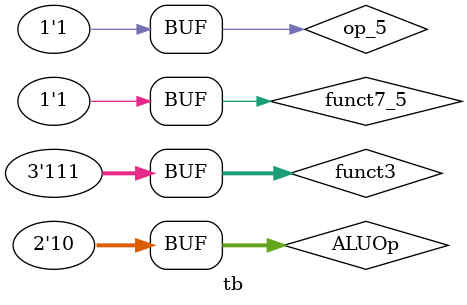
<source format=v>
module ALU_Decoder (output [2:0] ALUControl,
                    input [1:0] ALUOp,
                    input [6:0] op, funct7,
                    input [2:0] funct3);
  
  wire [1:0] int1;
  
  assign int1 = {op[5], funct7[5]};
  
  assign ALUControl = (ALUOp == 2'b00) ? 3'b000 :
    (ALUOp == 2'b01) ? 3'b001 : 
    ((ALUOp == 2'b10) & (funct3 == 3'b000) & (int1 == !2'b11)) ? 3'b000 :
    ((ALUOp == 2'b10) & (funct3 == 3'b000) & (int1 == 2'b11)) ? 3'b001 :
    ((ALUOp == 2'b10) & (funct3 == 3'b010)) ? 3'b101 :
    ((ALUOp == 2'b10) & (funct3 == 3'b110)) ? 3'b011 :
    ((ALUOp == 2'b10) & (funct3 == 3'b111)) ? 3'b010 : 3'b000;
     
endmodule
     
//testbench
`include "alu_decoder.v"

module tb;
  reg [1:0] ALUOp;
  reg op_5;
  reg [2:0] funct3;
  reg funct7_5;
  wire [2:0] ALU_Control;
  
  ALU_Decoder i1 (.ALUOp(ALUOp), .op_5(op_5), .funct3(funct3), .funct7_5(funct7_5), .ALUControl(ALU_Control));
  
  initial
    begin
      
      ALUOp = 0;
      op_5 = 0;
      funct3 = 0;
      funct7_5 = 0;
      
      $monitor("aluop=%b | funct3=%b | int1=%b | alu=%b", ALUOp, funct3, i1.int1, ALU_Control);
      
      #10 ALUOp = 2'b00; 
      #10 ALUOp = 2'b01;
      #10 ALUOp = 2'b10;
      #10 funct3 = 3'b000;
      #10 op_5 = 1;
      #10 funct7_5 = 1;
      #10 funct3 = 3'b010; 
      #10 funct3 = 3'b110; 
      #10 funct3 = 3'b111; 
      
    end
  
endmodule

</source>
